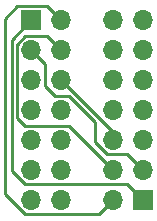
<source format=gbl>
G04 #@! TF.GenerationSoftware,KiCad,Pcbnew,7.0.0-da2b9df05c~163~ubuntu22.04.1*
G04 #@! TF.CreationDate,2023-03-12T19:31:38+00:00*
G04 #@! TF.ProjectId,flippity,666c6970-7069-4747-992e-6b696361645f,rev?*
G04 #@! TF.SameCoordinates,Original*
G04 #@! TF.FileFunction,Copper,L2,Bot*
G04 #@! TF.FilePolarity,Positive*
%FSLAX46Y46*%
G04 Gerber Fmt 4.6, Leading zero omitted, Abs format (unit mm)*
G04 Created by KiCad (PCBNEW 7.0.0-da2b9df05c~163~ubuntu22.04.1) date 2023-03-12 19:31:38*
%MOMM*%
%LPD*%
G01*
G04 APERTURE LIST*
G04 #@! TA.AperFunction,ComponentPad*
%ADD10R,1.700000X1.700000*%
G04 #@! TD*
G04 #@! TA.AperFunction,ComponentPad*
%ADD11O,1.700000X1.700000*%
G04 #@! TD*
G04 #@! TA.AperFunction,Conductor*
%ADD12C,0.250000*%
G04 #@! TD*
G04 APERTURE END LIST*
D10*
X152526999Y-106679999D03*
D11*
X149986999Y-106679999D03*
X152526999Y-104139999D03*
X149986999Y-104139999D03*
X152526999Y-101599999D03*
X149986999Y-101599999D03*
X152526999Y-99059999D03*
X149986999Y-99059999D03*
X152526999Y-96519999D03*
X149986999Y-96519999D03*
X152526999Y-93979999D03*
X149986999Y-93979999D03*
X152526999Y-91439999D03*
X149986999Y-91439999D03*
D10*
X143040999Y-91439999D03*
D11*
X145580999Y-91439999D03*
X143040999Y-93979999D03*
X145580999Y-93979999D03*
X143040999Y-96519999D03*
X145580999Y-96519999D03*
X143040999Y-99059999D03*
X145580999Y-99059999D03*
X143040999Y-101599999D03*
X145580999Y-101599999D03*
X143040999Y-104139999D03*
X145580999Y-104139999D03*
X143040999Y-106679999D03*
X145580999Y-106679999D03*
D12*
X149987000Y-106680000D02*
X148812000Y-107855000D01*
X148812000Y-107855000D02*
X142554299Y-107855000D01*
X142554299Y-107855000D02*
X140843000Y-106143701D01*
X140843000Y-106143701D02*
X140843000Y-91288000D01*
X140843000Y-91288000D02*
X141866000Y-90265000D01*
X141866000Y-90265000D02*
X144406000Y-90265000D01*
X144406000Y-90265000D02*
X145581000Y-91440000D01*
X141866000Y-99736701D02*
X142554299Y-100425000D01*
X141866000Y-93493299D02*
X141866000Y-99736701D01*
X142554299Y-92805000D02*
X141866000Y-93493299D01*
X144406000Y-92805000D02*
X142554299Y-92805000D01*
X146272000Y-100425000D02*
X149987000Y-104140000D01*
X142554299Y-100425000D02*
X146272000Y-100425000D01*
X143041000Y-91440000D02*
X141416499Y-93064501D01*
X145581000Y-93980000D02*
X144406000Y-92805000D01*
X141416499Y-93064501D02*
X141416499Y-104177200D01*
X151162000Y-105315000D02*
X152527000Y-106680000D01*
X141416499Y-104177200D02*
X142554299Y-105315000D01*
X142554299Y-105315000D02*
X151162000Y-105315000D01*
X143041000Y-93980000D02*
X144216000Y-95155000D01*
X144216000Y-95155000D02*
X144216000Y-97006701D01*
X144216000Y-97006701D02*
X145094299Y-97885000D01*
X145094299Y-97885000D02*
X146272000Y-97885000D01*
X146272000Y-97885000D02*
X148463000Y-100076000D01*
X148463000Y-100076000D02*
X148463000Y-101737701D01*
X148463000Y-101737701D02*
X149500299Y-102775000D01*
X149500299Y-102775000D02*
X151162000Y-102775000D01*
X151162000Y-102775000D02*
X152527000Y-104140000D01*
X145581000Y-96520000D02*
X149987000Y-100926000D01*
X149987000Y-100926000D02*
X149987000Y-101600000D01*
M02*

</source>
